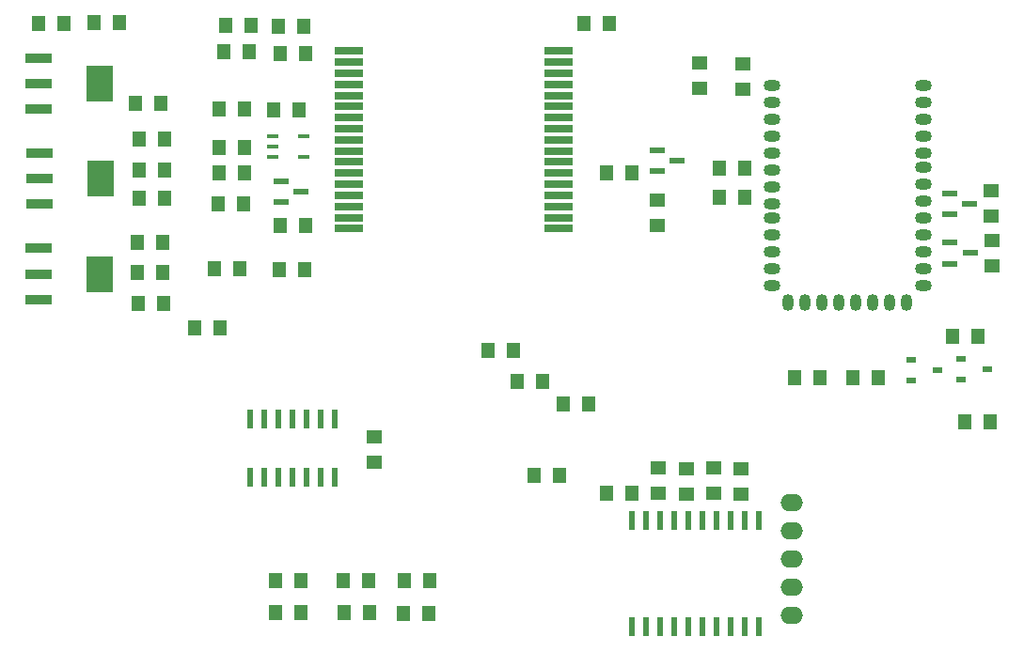
<source format=gbp>
G04*
G04 #@! TF.GenerationSoftware,Altium Limited,Altium Designer,18.1.6 (161)*
G04*
G04 Layer_Color=128*
%FSTAX24Y24*%
%MOIN*%
G70*
G01*
G75*
%ADD23R,0.0500X0.0550*%
%ADD26R,0.0550X0.0500*%
%ADD27O,0.0800X0.0600*%
%ADD34O,0.0400X0.0600*%
%ADD35O,0.0600X0.0400*%
%ADD39R,0.0980X0.1260*%
%ADD40R,0.0980X0.0350*%
%ADD116R,0.0520X0.0220*%
%ADD117R,0.0340X0.0220*%
%ADD118R,0.0445X0.0170*%
%ADD119R,0.1000X0.0256*%
%ADD120R,0.0210X0.0710*%
%ADD121R,0.0210X0.0670*%
D23*
X01382Y03435D02*
D03*
X01292D02*
D03*
X01733Y02657D02*
D03*
X01643D02*
D03*
X01934Y02353D02*
D03*
X01844D02*
D03*
X01642Y02549D02*
D03*
X01732D02*
D03*
X04666Y0202D02*
D03*
X04576D02*
D03*
X03241Y02083D02*
D03*
X03151D02*
D03*
X03305Y02903D02*
D03*
X03395D02*
D03*
X02142Y03424D02*
D03*
X02232D02*
D03*
X01955Y03426D02*
D03*
X02045D02*
D03*
X02039Y03335D02*
D03*
X01949D02*
D03*
X0299Y02162D02*
D03*
X0308D02*
D03*
X03305Y01767D02*
D03*
X03395D02*
D03*
X01645Y0244D02*
D03*
X01735D02*
D03*
X02023Y02903D02*
D03*
X01933D02*
D03*
X02236Y02561D02*
D03*
X02146D02*
D03*
X01647Y02814D02*
D03*
X01737D02*
D03*
X01724Y03149D02*
D03*
X01634D02*
D03*
X01488Y03436D02*
D03*
X01578D02*
D03*
X01932Y02992D02*
D03*
X02022D02*
D03*
X02149Y02716D02*
D03*
X02239D02*
D03*
X02004Y02564D02*
D03*
X01914D02*
D03*
X01932Y03131D02*
D03*
X02022D02*
D03*
X02884Y02273D02*
D03*
X02974D02*
D03*
X0193Y02794D02*
D03*
X0202D02*
D03*
X03047Y0183D02*
D03*
X03137D02*
D03*
X02126Y03127D02*
D03*
X02216D02*
D03*
X03316Y03435D02*
D03*
X03226D02*
D03*
X04531Y02323D02*
D03*
X04621D02*
D03*
X03796Y02817D02*
D03*
X03706D02*
D03*
X03796Y02921D02*
D03*
X03706D02*
D03*
X01739Y03023D02*
D03*
X01649D02*
D03*
X02238Y03327D02*
D03*
X02148D02*
D03*
X01738Y02913D02*
D03*
X01648D02*
D03*
X02222Y01342D02*
D03*
X02132D02*
D03*
X026782Y014567D02*
D03*
X025882D02*
D03*
X02675Y0134D02*
D03*
X02585D02*
D03*
X02465Y01344D02*
D03*
X02375D02*
D03*
X02463Y01457D02*
D03*
X02373D02*
D03*
X02221Y01458D02*
D03*
X02131D02*
D03*
X04061Y02178D02*
D03*
X03971D02*
D03*
X04179Y02177D02*
D03*
X04269D02*
D03*
D26*
X03634Y03205D02*
D03*
Y03295D02*
D03*
X03588Y01854D02*
D03*
Y01764D02*
D03*
X03684Y01856D02*
D03*
Y01766D02*
D03*
X03783Y01854D02*
D03*
Y01764D02*
D03*
X04667Y02841D02*
D03*
Y02751D02*
D03*
X04671Y02662D02*
D03*
Y02572D02*
D03*
X02481Y01877D02*
D03*
Y01967D02*
D03*
X03484Y02807D02*
D03*
Y02717D02*
D03*
X03489Y01766D02*
D03*
Y01856D02*
D03*
X0379Y03201D02*
D03*
Y03291D02*
D03*
D27*
X03962Y01735D02*
D03*
Y01635D02*
D03*
Y01535D02*
D03*
Y01435D02*
D03*
Y01335D02*
D03*
D34*
X04368Y024449D02*
D03*
X04308D02*
D03*
X04248D02*
D03*
X04188D02*
D03*
X04128D02*
D03*
X04068D02*
D03*
X04008D02*
D03*
X03948D02*
D03*
D35*
X04428Y025049D02*
D03*
Y025649D02*
D03*
Y026249D02*
D03*
Y026849D02*
D03*
Y027449D02*
D03*
Y028049D02*
D03*
Y028649D02*
D03*
Y029249D02*
D03*
Y029749D02*
D03*
Y030349D02*
D03*
Y030949D02*
D03*
Y031549D02*
D03*
Y032149D02*
D03*
X03893Y025049D02*
D03*
Y025649D02*
D03*
Y026249D02*
D03*
Y026849D02*
D03*
Y027449D02*
D03*
Y027949D02*
D03*
Y028549D02*
D03*
Y029149D02*
D03*
Y029749D02*
D03*
Y030349D02*
D03*
Y030949D02*
D03*
Y031549D02*
D03*
Y032149D02*
D03*
D39*
X015075Y02545D02*
D03*
X015105Y02883D02*
D03*
X015095Y03219D02*
D03*
D40*
X012905Y024548D02*
D03*
Y02545D02*
D03*
Y026352D02*
D03*
X012935Y027928D02*
D03*
Y02883D02*
D03*
Y029732D02*
D03*
X012925Y031288D02*
D03*
Y03219D02*
D03*
Y033092D02*
D03*
D116*
X045228Y025815D02*
D03*
Y026565D02*
D03*
X045934Y02619D02*
D03*
X045218Y027565D02*
D03*
Y028315D02*
D03*
X045924Y02794D02*
D03*
X034858Y029085D02*
D03*
Y029835D02*
D03*
X035564Y02946D02*
D03*
X02151Y028D02*
D03*
Y02875D02*
D03*
X022216Y028375D02*
D03*
D117*
X04385Y021665D02*
D03*
Y022415D02*
D03*
X04479Y02204D02*
D03*
X04562Y021695D02*
D03*
Y022445D02*
D03*
X04656Y02207D02*
D03*
D118*
X021212Y029596D02*
D03*
Y02997D02*
D03*
Y030344D02*
D03*
X022308D02*
D03*
Y029596D02*
D03*
D119*
X031337Y033354D02*
D03*
Y032961D02*
D03*
Y032567D02*
D03*
Y032173D02*
D03*
Y03178D02*
D03*
Y031386D02*
D03*
Y030992D02*
D03*
Y030598D02*
D03*
Y030205D02*
D03*
Y029811D02*
D03*
Y029417D02*
D03*
Y029024D02*
D03*
Y02863D02*
D03*
Y028236D02*
D03*
Y027843D02*
D03*
Y027449D02*
D03*
Y027055D02*
D03*
X02392D02*
D03*
Y027449D02*
D03*
Y027843D02*
D03*
Y028236D02*
D03*
Y02863D02*
D03*
Y029024D02*
D03*
Y029417D02*
D03*
Y029811D02*
D03*
Y030205D02*
D03*
Y030598D02*
D03*
Y030992D02*
D03*
Y031386D02*
D03*
Y03178D02*
D03*
Y032173D02*
D03*
Y032567D02*
D03*
Y032961D02*
D03*
Y033354D02*
D03*
D120*
X03395Y01294D02*
D03*
X03445D02*
D03*
X03495D02*
D03*
X03545D02*
D03*
X03595D02*
D03*
X03645D02*
D03*
X03695D02*
D03*
X03745D02*
D03*
X03795D02*
D03*
X03845D02*
D03*
Y0167D02*
D03*
X03795D02*
D03*
X03745D02*
D03*
X03695D02*
D03*
X03645D02*
D03*
X03595D02*
D03*
X03545D02*
D03*
X03495D02*
D03*
X03445D02*
D03*
X03395D02*
D03*
D121*
X02041Y020295D02*
D03*
X02091D02*
D03*
X02141D02*
D03*
X02191D02*
D03*
X02241D02*
D03*
X02291D02*
D03*
X02341D02*
D03*
Y018245D02*
D03*
X02291D02*
D03*
X02241D02*
D03*
X02191D02*
D03*
X02141D02*
D03*
X02091D02*
D03*
X02041D02*
D03*
M02*

</source>
